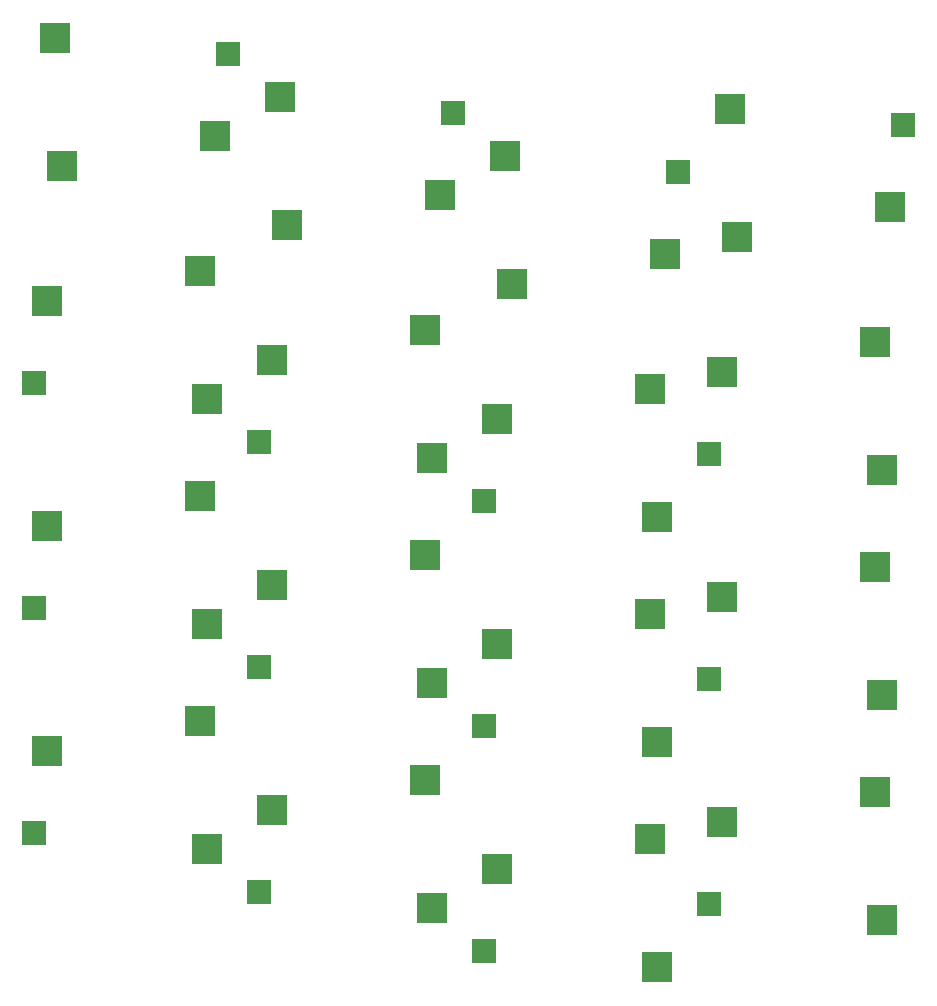
<source format=gbr>
G04 #@! TF.GenerationSoftware,KiCad,Pcbnew,(5.1.4)-1*
G04 #@! TF.CreationDate,2023-09-09T05:25:46-04:00*
G04 #@! TF.ProjectId,ThumbsUp,5468756d-6273-4557-902e-6b696361645f,rev?*
G04 #@! TF.SameCoordinates,Original*
G04 #@! TF.FileFunction,Paste,Bot*
G04 #@! TF.FilePolarity,Positive*
%FSLAX46Y46*%
G04 Gerber Fmt 4.6, Leading zero omitted, Abs format (unit mm)*
G04 Created by KiCad (PCBNEW (5.1.4)-1) date 2023-09-09 05:25:46*
%MOMM*%
%LPD*%
G04 APERTURE LIST*
%ADD10R,2.550000X2.500000*%
%ADD11R,2.000000X2.000000*%
G04 APERTURE END LIST*
D10*
X242912025Y-572710323D03*
D11*
X228312025Y-571360323D03*
D10*
X242354025Y-561880323D03*
X229427025Y-564420323D03*
X192012025Y-494050000D03*
D11*
X206612025Y-495400000D03*
D10*
X192570025Y-504880000D03*
X205497025Y-502340000D03*
X230112025Y-504050000D03*
D11*
X244712025Y-505400000D03*
D10*
X230670025Y-514880000D03*
X243597025Y-512340000D03*
X223862025Y-548660322D03*
D11*
X209262025Y-547310322D03*
D10*
X223304025Y-537830322D03*
X210377025Y-540370322D03*
X223862025Y-529610323D03*
D11*
X209262025Y-528260323D03*
D10*
X223304025Y-518780323D03*
X210377025Y-521320323D03*
X249162025Y-500050000D03*
D11*
X263762025Y-501400000D03*
D10*
X249720025Y-510880000D03*
X262647025Y-508340000D03*
X242912025Y-534610322D03*
D11*
X228312025Y-533260322D03*
D10*
X242354025Y-523780322D03*
X229427025Y-526320322D03*
X204812025Y-524610322D03*
D11*
X190212025Y-523260322D03*
D10*
X204254025Y-513780322D03*
X191327025Y-516320322D03*
X204812025Y-562710322D03*
D11*
X190212025Y-561360322D03*
D10*
X204254025Y-551880322D03*
X191327025Y-554420322D03*
X223862025Y-567710322D03*
D11*
X209262025Y-566360322D03*
D10*
X223304025Y-556880322D03*
X210377025Y-559420322D03*
X261962025Y-530610322D03*
D11*
X247362025Y-529260322D03*
D10*
X261404025Y-519780322D03*
X248477025Y-522320322D03*
X261962024Y-549660322D03*
D11*
X247362024Y-548310322D03*
D10*
X261404024Y-538830322D03*
X248477024Y-541370322D03*
X204812025Y-543660323D03*
D11*
X190212025Y-542310323D03*
D10*
X204254025Y-532830323D03*
X191327025Y-535370323D03*
X261962025Y-568710322D03*
D11*
X247362025Y-567360322D03*
D10*
X261404025Y-557880322D03*
X248477025Y-560420322D03*
X242912026Y-553660322D03*
D11*
X228312026Y-552310322D03*
D10*
X242354026Y-542830322D03*
X229427026Y-545370322D03*
X211062025Y-499050000D03*
D11*
X225662025Y-500400000D03*
D10*
X211620025Y-509880000D03*
X224547025Y-507340000D03*
M02*

</source>
